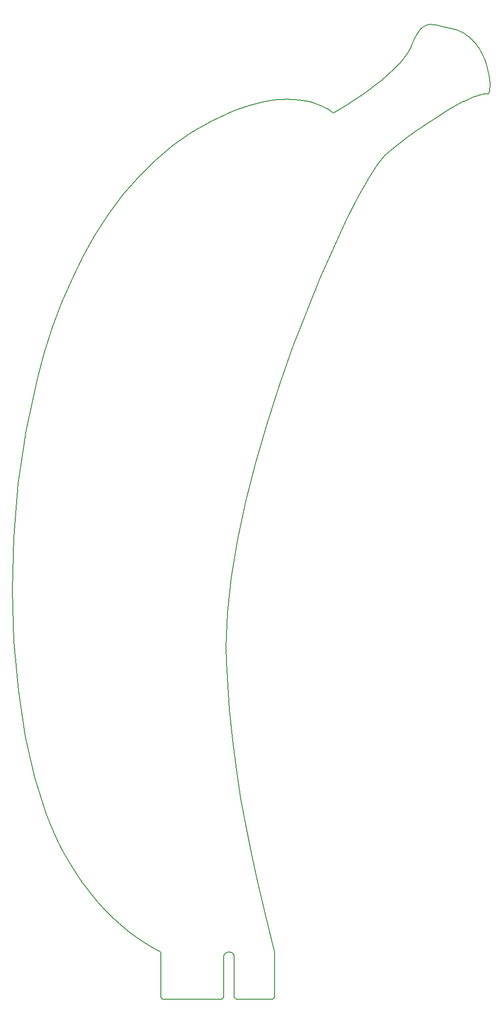
<source format=gm1>
G04 #@! TF.GenerationSoftware,KiCad,Pcbnew,5.1.3-ffb9f22~84~ubuntu18.04.1*
G04 #@! TF.CreationDate,2019-10-26T21:40:40-04:00*
G04 #@! TF.ProjectId,swadge-banana,73776164-6765-42d6-9261-6e616e612e6b,rev?*
G04 #@! TF.SameCoordinates,Original*
G04 #@! TF.FileFunction,Profile,NP*
%FSLAX46Y46*%
G04 Gerber Fmt 4.6, Leading zero omitted, Abs format (unit mm)*
G04 Created by KiCad (PCBNEW 5.1.3-ffb9f22~84~ubuntu18.04.1) date 2019-10-26 21:40:40*
%MOMM*%
%LPD*%
G04 APERTURE LIST*
%ADD10C,0.132291*%
G04 APERTURE END LIST*
D10*
X190827837Y-18988906D02*
X190616677Y-18788795D01*
X189988306Y-18268913D02*
X189573984Y-17983371D01*
X187959216Y-17225576D02*
X187567487Y-17108223D01*
X188355996Y-17366968D02*
X187959216Y-17225576D01*
X189573984Y-17983371D02*
X189163647Y-17741066D01*
X192089842Y-20513450D02*
X191889819Y-20218056D01*
X190196877Y-18429398D02*
X189988306Y-18268913D01*
X190406346Y-18602492D02*
X190196877Y-18429398D01*
X191680108Y-19939443D02*
X191465963Y-19678096D01*
X191252514Y-19432957D02*
X191039794Y-19203427D01*
X192460745Y-21147717D02*
X192280157Y-20823909D01*
X191680108Y-19939443D02*
X191680108Y-19939443D01*
X189163647Y-17741066D02*
X188757562Y-17537198D01*
X191039794Y-19203427D02*
X190827837Y-18988906D01*
X192280157Y-20823909D02*
X192089842Y-20513450D01*
X191465963Y-19678096D02*
X191252514Y-19432957D01*
X191889819Y-20218056D02*
X191680108Y-19939443D01*
X185338151Y-16640133D02*
X185338151Y-16640133D01*
X186800254Y-16926433D02*
X185338151Y-16640133D01*
X187567487Y-17108223D02*
X187181078Y-17010108D01*
X188757562Y-17537198D02*
X188355996Y-17366968D01*
X190616677Y-18788795D02*
X190406346Y-18602492D01*
X187181078Y-17010108D02*
X186800254Y-16926433D01*
X163710130Y-61522047D02*
X168381529Y-51177310D01*
X147164043Y-129658922D02*
X147105661Y-126826513D01*
X148213558Y-143507767D02*
X147658390Y-138049917D01*
X152484784Y-167734708D02*
X151538875Y-163424611D01*
X147278318Y-132476801D02*
X147164043Y-129658922D01*
X150546647Y-101166608D02*
X152314651Y-94241600D01*
X149083924Y-107986917D02*
X150546647Y-101166608D01*
X147105661Y-126826513D02*
X147305609Y-120916183D01*
X147984304Y-114603214D02*
X149083924Y-107986917D01*
X147305609Y-120916183D02*
X147984304Y-114603214D01*
X148911507Y-148812256D02*
X148213558Y-143507767D01*
X168381529Y-51177310D02*
X170510200Y-46990000D01*
X147658390Y-138049917D02*
X147278318Y-132476801D01*
X158872134Y-73831515D02*
X163710130Y-61522047D01*
X156535216Y-80474740D02*
X158872134Y-73831515D01*
X152314651Y-94241600D02*
X154330115Y-87311206D01*
X150606482Y-158808773D02*
X149719920Y-153925290D01*
X154330115Y-87311206D02*
X156535216Y-80474740D01*
X149719920Y-153925290D02*
X148911507Y-148812256D01*
X151538875Y-163424611D02*
X150606482Y-158808773D01*
X147105661Y-126826513D02*
X147105661Y-126826513D01*
X191209226Y-29183453D02*
X191585940Y-29048234D01*
X174064376Y-41082065D02*
X175374238Y-39560068D01*
X191959363Y-28925191D02*
X192321307Y-28819360D01*
X190837406Y-29325815D02*
X191209226Y-29183453D01*
X189021524Y-30117649D02*
X189562822Y-29865986D01*
X192321307Y-28819360D02*
X192663585Y-28735776D01*
X190141202Y-29611825D02*
X190837406Y-29325815D01*
X175374238Y-39560068D02*
X176516571Y-38579152D01*
X187733140Y-30846468D02*
X189021524Y-30117649D01*
X184448559Y-32848035D02*
X186285945Y-31705492D01*
X189021524Y-30117649D02*
X189021524Y-30117649D01*
X178862379Y-36717291D02*
X180038639Y-35845014D01*
X172423756Y-43591814D02*
X174064376Y-41082065D01*
X189562822Y-29865986D02*
X190141202Y-29611825D01*
X177683820Y-37630115D02*
X178862379Y-36717291D01*
X186285945Y-31705492D02*
X187733140Y-30846468D01*
X182329838Y-34239432D02*
X184448559Y-32848035D01*
X180038639Y-35845014D02*
X182329838Y-34239432D01*
X175374238Y-39560068D02*
X175374238Y-39560068D01*
X192978011Y-28679472D02*
X193122221Y-28663124D01*
X192663585Y-28735776D02*
X192978011Y-28679472D01*
X176516571Y-38579152D02*
X177683820Y-37630115D01*
X191585940Y-29048234D02*
X191959363Y-28925191D01*
X193679336Y-28632046D02*
X193758352Y-28563330D01*
X193122221Y-28663124D02*
X193256397Y-28655485D01*
X193590077Y-28667791D02*
X193679336Y-28632046D01*
X193490556Y-28668848D02*
X193490556Y-28668848D01*
X193934135Y-28176506D02*
X193972371Y-27993059D01*
X193490556Y-28668848D02*
X193590077Y-28667791D01*
X193827145Y-28463357D02*
X193885732Y-28333844D01*
X193727452Y-24742579D02*
X193552994Y-24012885D01*
X194026271Y-27303217D02*
X194011724Y-26744228D01*
X192631587Y-21483159D02*
X192460745Y-21147717D01*
X192792664Y-21828518D02*
X192631587Y-21483159D01*
X194000459Y-27785218D02*
X194026271Y-27303217D01*
X193256397Y-28655485D02*
X193379516Y-28657183D01*
X193758352Y-28563330D02*
X193827145Y-28463357D01*
X193552994Y-24012885D02*
X193338942Y-23274828D01*
X194011724Y-26744228D02*
X193956969Y-26121975D01*
X193972371Y-27993059D02*
X194000459Y-27785218D01*
X193085448Y-22542130D02*
X192792664Y-21828518D01*
X193338942Y-23274828D02*
X193085448Y-22542130D01*
X193379516Y-28657183D02*
X193490556Y-28668848D01*
X193862161Y-25450184D02*
X193727452Y-24742579D01*
X193885732Y-28333844D02*
X193934135Y-28176506D01*
X193956969Y-26121975D02*
X193862161Y-25450184D01*
X155741719Y-181107313D02*
X154280118Y-175261072D01*
X152484784Y-167734724D02*
X152484784Y-167734724D01*
X153409464Y-171693407D02*
X152484784Y-167734724D01*
X155386689Y-189507124D02*
X155741689Y-189152113D01*
X155386689Y-189507124D02*
X155386689Y-189507124D01*
X154280118Y-175261072D02*
X153409464Y-171693407D01*
X155741689Y-189152113D02*
X155741689Y-189152113D01*
X155741689Y-189152113D02*
X155741719Y-181107313D01*
X152484784Y-167734724D02*
X152484784Y-167734708D01*
X155741719Y-181107313D02*
X155741719Y-181107313D01*
X148366628Y-181478341D02*
X148417269Y-181556254D01*
X148536295Y-181942111D02*
X148541688Y-182057127D01*
X148541688Y-182057127D02*
X148541688Y-182057127D01*
X148520461Y-181834517D02*
X148536295Y-181942111D01*
X148494881Y-181734342D02*
X148520461Y-181834517D01*
X146663119Y-181834517D02*
X146688791Y-181734342D01*
X147503174Y-181111034D02*
X147592125Y-181107324D01*
X146641687Y-189152113D02*
X146641687Y-189152113D01*
X146286687Y-189507124D02*
X146641687Y-189152113D01*
X148460252Y-181641588D02*
X148494881Y-181734342D01*
X135441697Y-189152113D02*
X135796691Y-189507124D01*
X148101403Y-181240890D02*
X148175717Y-181289122D01*
X147940936Y-181166687D02*
X148022911Y-181200078D01*
X147592125Y-181107324D02*
X147681073Y-181111034D01*
X146874948Y-181407848D02*
X146938875Y-181344775D01*
X146641687Y-189152113D02*
X146641687Y-182057127D01*
X147008366Y-181289122D02*
X147082724Y-181240890D01*
X146641687Y-182057127D02*
X146647186Y-181942111D01*
X146641687Y-182057127D02*
X146641687Y-182057127D01*
X146286687Y-189507124D02*
X146286687Y-189507124D01*
X148417269Y-181556254D02*
X148460252Y-181641588D01*
X147161254Y-181200078D02*
X147243260Y-181166687D01*
X148245156Y-181344775D02*
X148309025Y-181407848D01*
X148309025Y-181407848D02*
X148366628Y-181478341D01*
X147243260Y-181166687D02*
X147328046Y-181140716D01*
X146647186Y-181942111D02*
X146663119Y-181834517D01*
X147681073Y-181111034D02*
X147769321Y-181122165D01*
X147082724Y-181240890D02*
X147161254Y-181200078D01*
X135796691Y-189507124D02*
X135796691Y-189507124D01*
X146723506Y-181641588D02*
X146766567Y-181556254D01*
X148896692Y-189507124D02*
X148896692Y-189507124D01*
X146766567Y-181556254D02*
X146817280Y-181478341D01*
X148175717Y-181289122D02*
X148245156Y-181344775D01*
X146817280Y-181478341D02*
X146874948Y-181407848D01*
X147328046Y-181140716D02*
X147414916Y-181122165D01*
X146688791Y-181734342D02*
X146723506Y-181641588D01*
X148022911Y-181200078D02*
X148101403Y-181240890D01*
X147769321Y-181122165D02*
X147856174Y-181140716D01*
X135796691Y-189507124D02*
X146286687Y-189507124D01*
X146938875Y-181344775D02*
X147008366Y-181289122D01*
X147414916Y-181122165D02*
X147503174Y-181111034D01*
X148896692Y-189507124D02*
X155386689Y-189507124D01*
X148541688Y-189152113D02*
X148896692Y-189507124D01*
X148541688Y-189152113D02*
X148541688Y-189152113D01*
X147856174Y-181140716D02*
X147940936Y-181166687D01*
X148541688Y-182057127D02*
X148541688Y-189152113D01*
X135441697Y-181107343D02*
X135441697Y-189152113D01*
X135441697Y-181107343D02*
X135441697Y-181107343D01*
X131764327Y-178944139D02*
X133562427Y-180081499D01*
X128411047Y-176372622D02*
X130047250Y-177704700D01*
X109279307Y-107437215D02*
X109041627Y-116826171D01*
X116194464Y-70149157D02*
X114761742Y-74587881D01*
X117802835Y-65830757D02*
X116194464Y-70149157D01*
X131389340Y-43507735D02*
X128634203Y-46706478D01*
X115030759Y-156597227D02*
X115708051Y-158304813D01*
X123726062Y-53786893D02*
X121564211Y-57630687D01*
X148352594Y-31686195D02*
X144520191Y-33431085D01*
X121564211Y-57630687D02*
X119591276Y-61651621D01*
X118215078Y-163513524D02*
X119209632Y-165246951D01*
X123986199Y-171914927D02*
X125380669Y-173468297D01*
X111341130Y-142729579D02*
X112993870Y-150104537D01*
X110078048Y-97923528D02*
X109279307Y-107437215D01*
X128634203Y-46706478D02*
X126081251Y-50139177D01*
X150568108Y-30886100D02*
X149479748Y-31257939D01*
X121437948Y-168652962D02*
X122672008Y-170306669D01*
X122672008Y-170306669D02*
X123986199Y-171914927D01*
X140912087Y-35504622D02*
X137523859Y-37887868D01*
X116464436Y-160033017D02*
X117300062Y-161772400D01*
X115708051Y-158304813D02*
X116464436Y-160033017D01*
X148352594Y-31686195D02*
X148352594Y-31686195D01*
X109329626Y-125938889D02*
X110107921Y-134623861D01*
X133562427Y-180081499D02*
X135441697Y-181107343D01*
X112993870Y-150104537D02*
X115030759Y-156597227D01*
X114761742Y-74587881D02*
X113500244Y-79127991D01*
X126081251Y-50139177D02*
X123726062Y-53786893D01*
X125380669Y-173468297D02*
X126855569Y-174957341D01*
X115030759Y-156597227D02*
X115030759Y-156597227D01*
X134351084Y-40561885D02*
X131389340Y-43507735D01*
X130047250Y-177704700D02*
X131764327Y-178944139D01*
X126855569Y-174957341D02*
X128411047Y-176372622D01*
X119209632Y-165246951D02*
X120283873Y-166963243D01*
X149479748Y-31257939D02*
X148352594Y-31686195D01*
X109041627Y-116826171D02*
X109329626Y-125938889D01*
X119591276Y-61651621D02*
X117802835Y-65830757D01*
X117300062Y-161772400D02*
X118215078Y-163513524D01*
X135441697Y-189152113D02*
X135441697Y-189152113D01*
X120283873Y-166963243D02*
X121437948Y-168652962D01*
X110107921Y-134623861D02*
X111341130Y-142729579D01*
X111473233Y-88436617D02*
X110078048Y-97923528D01*
X137523859Y-37887868D02*
X134351084Y-40561885D01*
X113500244Y-79127991D02*
X111473233Y-88436617D01*
X144520191Y-33431085D02*
X140912087Y-35504622D01*
X165563901Y-31585835D02*
X165096757Y-31295436D01*
X154537550Y-29906759D02*
X153602394Y-30081009D01*
X155434899Y-29774886D02*
X154537550Y-29906759D01*
X153602394Y-30081009D02*
X152629233Y-30300444D01*
X160674338Y-29802423D02*
X160036107Y-29716292D01*
X161276341Y-29908464D02*
X160674338Y-29802423D01*
X163749870Y-30639036D02*
X163326038Y-30475567D01*
X157116966Y-29627037D02*
X156294639Y-29682582D01*
X159361452Y-29652879D02*
X158650175Y-29614994D01*
X164492607Y-30972348D02*
X164138660Y-30805566D01*
X161842315Y-30031607D02*
X161276341Y-29908464D01*
X165096757Y-31295436D02*
X164811906Y-31136574D01*
X162866966Y-30317967D02*
X162372458Y-30169045D01*
X164811906Y-31136574D02*
X164492607Y-30972348D01*
X157902079Y-29605444D02*
X157116966Y-29627037D01*
X158650175Y-29614994D02*
X157902079Y-29605444D01*
X164138660Y-30805566D02*
X163749870Y-30639036D01*
X151617870Y-30567871D02*
X150568108Y-30886100D01*
X162372458Y-30169045D02*
X161842315Y-30031607D01*
X160036107Y-29716292D02*
X159361452Y-29652879D01*
X156294639Y-29682582D02*
X155434899Y-29774886D01*
X163326038Y-30475567D02*
X162866966Y-30317967D01*
X152629233Y-30300444D02*
X151617870Y-30567871D01*
X166159097Y-32036232D02*
X165895619Y-31821078D01*
X173583312Y-27120812D02*
X172365174Y-28026791D01*
X180758392Y-18530391D02*
X180595712Y-18858515D01*
X178057544Y-23107797D02*
X177062489Y-24145855D01*
X168050648Y-30908220D02*
X166159097Y-32036232D01*
X170032551Y-29639563D02*
X168050648Y-30908220D01*
X174793495Y-26164143D02*
X173583312Y-27120812D01*
X180102403Y-20019321D02*
X179882786Y-20522800D01*
X175963847Y-25168564D02*
X174793495Y-26164143D01*
X179609379Y-21032750D02*
X179286166Y-21547697D01*
X178917133Y-22066168D02*
X178506264Y-22586693D01*
X177062489Y-24145855D02*
X175963847Y-25168564D01*
X178506264Y-22586693D02*
X178057544Y-23107797D01*
X179286166Y-21547697D02*
X178917133Y-22066168D01*
X180432213Y-19215331D02*
X180267806Y-19601908D01*
X180267806Y-19601908D02*
X180102403Y-20019321D01*
X180102403Y-20019321D02*
X180102403Y-20019321D01*
X180595712Y-18858515D02*
X180432213Y-19215331D01*
X166159097Y-32036232D02*
X166159097Y-32036232D01*
X179882786Y-20522800D02*
X179609379Y-21032750D01*
X172365174Y-28026791D02*
X171170962Y-28870301D01*
X171170962Y-28870301D02*
X170032551Y-29639563D01*
X165895619Y-31821078D02*
X165563901Y-31585835D01*
X181562578Y-17282622D02*
X181402676Y-17483368D01*
X181722189Y-17104137D02*
X181562578Y-17282622D01*
X185338151Y-16640133D02*
X184645755Y-16476144D01*
X182518957Y-16508105D02*
X182359481Y-16591365D01*
X182200155Y-16691526D02*
X182040890Y-16809661D01*
X183483868Y-16303467D02*
X183321650Y-16307823D01*
X181881597Y-16946840D02*
X181722189Y-17104137D01*
X182838707Y-16388005D02*
X182678669Y-16440676D01*
X182999157Y-16349020D02*
X182838707Y-16388005D01*
X183160109Y-16322650D02*
X182999157Y-16349020D01*
X183975467Y-16342509D02*
X183810688Y-16321882D01*
X184308200Y-16401245D02*
X183975467Y-16342509D01*
X184645755Y-16476144D02*
X184308200Y-16401245D01*
X182678669Y-16440676D02*
X182518957Y-16508105D01*
X180920340Y-18229886D02*
X180758392Y-18530391D01*
X183321650Y-16307823D02*
X183160109Y-16322650D01*
X181081645Y-17955928D02*
X180920340Y-18229886D01*
X183810688Y-16321882D02*
X183646851Y-16308511D01*
X182040890Y-16809661D02*
X181881597Y-16946840D01*
X182359481Y-16591365D02*
X182200155Y-16691526D01*
X181242394Y-17707446D02*
X181081645Y-17955928D01*
X183646851Y-16308511D02*
X183483868Y-16303467D01*
X181402676Y-17483368D02*
X181242394Y-17707446D01*
X170510200Y-46990000D02*
X172423756Y-43591814D01*
M02*

</source>
